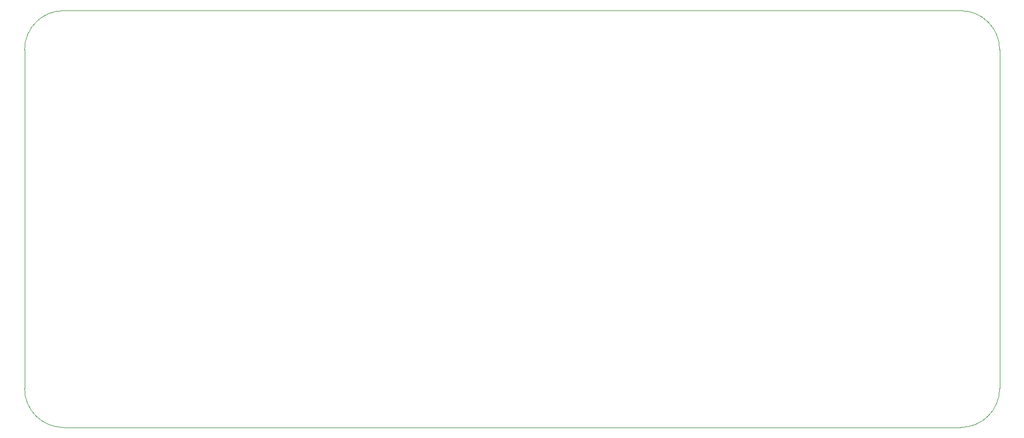
<source format=gbr>
G04 #@! TF.GenerationSoftware,KiCad,Pcbnew,5.1.7-a382d34a8~88~ubuntu20.04.1*
G04 #@! TF.CreationDate,2021-06-06T15:47:04-07:00*
G04 #@! TF.ProjectId,keypad-base,6b657970-6164-42d6-9261-73652e6b6963,Jun2021*
G04 #@! TF.SameCoordinates,Original*
G04 #@! TF.FileFunction,Profile,NP*
%FSLAX46Y46*%
G04 Gerber Fmt 4.6, Leading zero omitted, Abs format (unit mm)*
G04 Created by KiCad (PCBNEW 5.1.7-a382d34a8~88~ubuntu20.04.1) date 2021-06-06 15:47:04*
%MOMM*%
%LPD*%
G01*
G04 APERTURE LIST*
G04 #@! TA.AperFunction,Profile*
%ADD10C,0.050000*%
G04 #@! TD*
G04 APERTURE END LIST*
D10*
X91400000Y-59800000D02*
X91400000Y-112000000D01*
X235600000Y-53800000D02*
X97400000Y-53800000D01*
X91400000Y-59800000D02*
G75*
G02*
X97400000Y-53800000I6000000J0D01*
G01*
X241600000Y-112000000D02*
X241600000Y-59800000D01*
X235600000Y-53800000D02*
G75*
G02*
X241600000Y-59800000I0J-6000000D01*
G01*
X97400000Y-118000000D02*
X235600000Y-118000000D01*
X91400000Y-112000000D02*
G75*
G03*
X97400000Y-118000000I6000000J0D01*
G01*
X241600000Y-112000000D02*
G75*
G02*
X235600000Y-118000000I-6000000J0D01*
G01*
M02*

</source>
